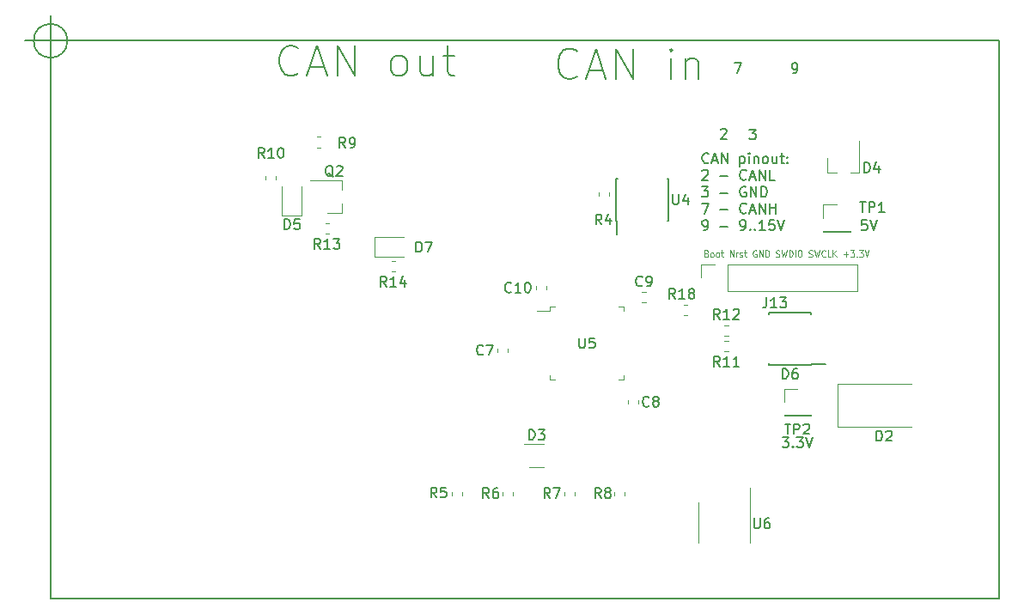
<source format=gbr>
G04 #@! TF.GenerationSoftware,KiCad,Pcbnew,5.1.4*
G04 #@! TF.CreationDate,2020-02-05T09:24:40+03:00*
G04 #@! TF.ProjectId,stm32,73746d33-322e-46b6-9963-61645f706362,rev?*
G04 #@! TF.SameCoordinates,Original*
G04 #@! TF.FileFunction,Legend,Top*
G04 #@! TF.FilePolarity,Positive*
%FSLAX46Y46*%
G04 Gerber Fmt 4.6, Leading zero omitted, Abs format (unit mm)*
G04 Created by KiCad (PCBNEW 5.1.4) date 2020-02-05 09:24:40*
%MOMM*%
%LPD*%
G04 APERTURE LIST*
%ADD10C,0.150000*%
%ADD11C,0.125000*%
%ADD12C,0.120000*%
G04 APERTURE END LIST*
D10*
X104908642Y-65666928D02*
X104765785Y-65809785D01*
X104337214Y-65952642D01*
X104051500Y-65952642D01*
X103622928Y-65809785D01*
X103337214Y-65524071D01*
X103194357Y-65238357D01*
X103051500Y-64666928D01*
X103051500Y-64238357D01*
X103194357Y-63666928D01*
X103337214Y-63381214D01*
X103622928Y-63095500D01*
X104051500Y-62952642D01*
X104337214Y-62952642D01*
X104765785Y-63095500D01*
X104908642Y-63238357D01*
X106051500Y-65095500D02*
X107480071Y-65095500D01*
X105765785Y-65952642D02*
X106765785Y-62952642D01*
X107765785Y-65952642D01*
X108765785Y-65952642D02*
X108765785Y-62952642D01*
X110480071Y-65952642D01*
X110480071Y-62952642D01*
X114622928Y-65952642D02*
X114337214Y-65809785D01*
X114194357Y-65666928D01*
X114051500Y-65381214D01*
X114051500Y-64524071D01*
X114194357Y-64238357D01*
X114337214Y-64095500D01*
X114622928Y-63952642D01*
X115051500Y-63952642D01*
X115337214Y-64095500D01*
X115480071Y-64238357D01*
X115622928Y-64524071D01*
X115622928Y-65381214D01*
X115480071Y-65666928D01*
X115337214Y-65809785D01*
X115051500Y-65952642D01*
X114622928Y-65952642D01*
X118194357Y-63952642D02*
X118194357Y-65952642D01*
X116908642Y-63952642D02*
X116908642Y-65524071D01*
X117051500Y-65809785D01*
X117337214Y-65952642D01*
X117765785Y-65952642D01*
X118051500Y-65809785D01*
X118194357Y-65666928D01*
X119194357Y-63952642D02*
X120337214Y-63952642D01*
X119622928Y-62952642D02*
X119622928Y-65524071D01*
X119765785Y-65809785D01*
X120051500Y-65952642D01*
X120337214Y-65952642D01*
X132380142Y-65984428D02*
X132237285Y-66127285D01*
X131808714Y-66270142D01*
X131523000Y-66270142D01*
X131094428Y-66127285D01*
X130808714Y-65841571D01*
X130665857Y-65555857D01*
X130523000Y-64984428D01*
X130523000Y-64555857D01*
X130665857Y-63984428D01*
X130808714Y-63698714D01*
X131094428Y-63413000D01*
X131523000Y-63270142D01*
X131808714Y-63270142D01*
X132237285Y-63413000D01*
X132380142Y-63555857D01*
X133523000Y-65413000D02*
X134951571Y-65413000D01*
X133237285Y-66270142D02*
X134237285Y-63270142D01*
X135237285Y-66270142D01*
X136237285Y-66270142D02*
X136237285Y-63270142D01*
X137951571Y-66270142D01*
X137951571Y-63270142D01*
X141665857Y-66270142D02*
X141665857Y-64270142D01*
X141665857Y-63270142D02*
X141523000Y-63413000D01*
X141665857Y-63555857D01*
X141808714Y-63413000D01*
X141665857Y-63270142D01*
X141665857Y-63555857D01*
X143094428Y-64270142D02*
X143094428Y-66270142D01*
X143094428Y-64555857D02*
X143237285Y-64413000D01*
X143523000Y-64270142D01*
X143951571Y-64270142D01*
X144237285Y-64413000D01*
X144380142Y-64698714D01*
X144380142Y-66270142D01*
X147921166Y-64682880D02*
X148587833Y-64682880D01*
X148159261Y-65682880D01*
X153652023Y-65682880D02*
X153842500Y-65682880D01*
X153937738Y-65635261D01*
X153985357Y-65587642D01*
X154080595Y-65444785D01*
X154128214Y-65254309D01*
X154128214Y-64873357D01*
X154080595Y-64778119D01*
X154032976Y-64730500D01*
X153937738Y-64682880D01*
X153747261Y-64682880D01*
X153652023Y-64730500D01*
X153604404Y-64778119D01*
X153556785Y-64873357D01*
X153556785Y-65111452D01*
X153604404Y-65206690D01*
X153652023Y-65254309D01*
X153747261Y-65301928D01*
X153937738Y-65301928D01*
X154032976Y-65254309D01*
X154080595Y-65206690D01*
X154128214Y-65111452D01*
X149381666Y-71223380D02*
X150000714Y-71223380D01*
X149667380Y-71604333D01*
X149810238Y-71604333D01*
X149905476Y-71651952D01*
X149953095Y-71699571D01*
X150000714Y-71794809D01*
X150000714Y-72032904D01*
X149953095Y-72128142D01*
X149905476Y-72175761D01*
X149810238Y-72223380D01*
X149524523Y-72223380D01*
X149429285Y-72175761D01*
X149381666Y-72128142D01*
X146571785Y-71255119D02*
X146619404Y-71207500D01*
X146714642Y-71159880D01*
X146952738Y-71159880D01*
X147047976Y-71207500D01*
X147095595Y-71255119D01*
X147143214Y-71350357D01*
X147143214Y-71445595D01*
X147095595Y-71588452D01*
X146524166Y-72159880D01*
X147143214Y-72159880D01*
X145351523Y-74479642D02*
X145303904Y-74527261D01*
X145161047Y-74574880D01*
X145065809Y-74574880D01*
X144922952Y-74527261D01*
X144827714Y-74432023D01*
X144780095Y-74336785D01*
X144732476Y-74146309D01*
X144732476Y-74003452D01*
X144780095Y-73812976D01*
X144827714Y-73717738D01*
X144922952Y-73622500D01*
X145065809Y-73574880D01*
X145161047Y-73574880D01*
X145303904Y-73622500D01*
X145351523Y-73670119D01*
X145732476Y-74289166D02*
X146208666Y-74289166D01*
X145637238Y-74574880D02*
X145970571Y-73574880D01*
X146303904Y-74574880D01*
X146637238Y-74574880D02*
X146637238Y-73574880D01*
X147208666Y-74574880D01*
X147208666Y-73574880D01*
X148446761Y-73908214D02*
X148446761Y-74908214D01*
X148446761Y-73955833D02*
X148542000Y-73908214D01*
X148732476Y-73908214D01*
X148827714Y-73955833D01*
X148875333Y-74003452D01*
X148922952Y-74098690D01*
X148922952Y-74384404D01*
X148875333Y-74479642D01*
X148827714Y-74527261D01*
X148732476Y-74574880D01*
X148542000Y-74574880D01*
X148446761Y-74527261D01*
X149351523Y-74574880D02*
X149351523Y-73908214D01*
X149351523Y-73574880D02*
X149303904Y-73622500D01*
X149351523Y-73670119D01*
X149399142Y-73622500D01*
X149351523Y-73574880D01*
X149351523Y-73670119D01*
X149827714Y-73908214D02*
X149827714Y-74574880D01*
X149827714Y-74003452D02*
X149875333Y-73955833D01*
X149970571Y-73908214D01*
X150113428Y-73908214D01*
X150208666Y-73955833D01*
X150256285Y-74051071D01*
X150256285Y-74574880D01*
X150875333Y-74574880D02*
X150780095Y-74527261D01*
X150732476Y-74479642D01*
X150684857Y-74384404D01*
X150684857Y-74098690D01*
X150732476Y-74003452D01*
X150780095Y-73955833D01*
X150875333Y-73908214D01*
X151018190Y-73908214D01*
X151113428Y-73955833D01*
X151161047Y-74003452D01*
X151208666Y-74098690D01*
X151208666Y-74384404D01*
X151161047Y-74479642D01*
X151113428Y-74527261D01*
X151018190Y-74574880D01*
X150875333Y-74574880D01*
X152065809Y-73908214D02*
X152065809Y-74574880D01*
X151637238Y-73908214D02*
X151637238Y-74432023D01*
X151684857Y-74527261D01*
X151780095Y-74574880D01*
X151922952Y-74574880D01*
X152018190Y-74527261D01*
X152065809Y-74479642D01*
X152399142Y-73908214D02*
X152780095Y-73908214D01*
X152542000Y-73574880D02*
X152542000Y-74432023D01*
X152589619Y-74527261D01*
X152684857Y-74574880D01*
X152780095Y-74574880D01*
X153113428Y-74479642D02*
X153161047Y-74527261D01*
X153113428Y-74574880D01*
X153065809Y-74527261D01*
X153113428Y-74479642D01*
X153113428Y-74574880D01*
X153113428Y-73955833D02*
X153161047Y-74003452D01*
X153113428Y-74051071D01*
X153065809Y-74003452D01*
X153113428Y-73955833D01*
X153113428Y-74051071D01*
X144732476Y-75320119D02*
X144780095Y-75272500D01*
X144875333Y-75224880D01*
X145113428Y-75224880D01*
X145208666Y-75272500D01*
X145256285Y-75320119D01*
X145303904Y-75415357D01*
X145303904Y-75510595D01*
X145256285Y-75653452D01*
X144684857Y-76224880D01*
X145303904Y-76224880D01*
X146494380Y-75843928D02*
X147256285Y-75843928D01*
X149065809Y-76129642D02*
X149018190Y-76177261D01*
X148875333Y-76224880D01*
X148780095Y-76224880D01*
X148637238Y-76177261D01*
X148542000Y-76082023D01*
X148494380Y-75986785D01*
X148446761Y-75796309D01*
X148446761Y-75653452D01*
X148494380Y-75462976D01*
X148542000Y-75367738D01*
X148637238Y-75272500D01*
X148780095Y-75224880D01*
X148875333Y-75224880D01*
X149018190Y-75272500D01*
X149065809Y-75320119D01*
X149446761Y-75939166D02*
X149922952Y-75939166D01*
X149351523Y-76224880D02*
X149684857Y-75224880D01*
X150018190Y-76224880D01*
X150351523Y-76224880D02*
X150351523Y-75224880D01*
X150922952Y-76224880D01*
X150922952Y-75224880D01*
X151875333Y-76224880D02*
X151399142Y-76224880D01*
X151399142Y-75224880D01*
X144684857Y-76874880D02*
X145303904Y-76874880D01*
X144970571Y-77255833D01*
X145113428Y-77255833D01*
X145208666Y-77303452D01*
X145256285Y-77351071D01*
X145303904Y-77446309D01*
X145303904Y-77684404D01*
X145256285Y-77779642D01*
X145208666Y-77827261D01*
X145113428Y-77874880D01*
X144827714Y-77874880D01*
X144732476Y-77827261D01*
X144684857Y-77779642D01*
X146494380Y-77493928D02*
X147256285Y-77493928D01*
X149018190Y-76922500D02*
X148922952Y-76874880D01*
X148780095Y-76874880D01*
X148637238Y-76922500D01*
X148542000Y-77017738D01*
X148494380Y-77112976D01*
X148446761Y-77303452D01*
X148446761Y-77446309D01*
X148494380Y-77636785D01*
X148542000Y-77732023D01*
X148637238Y-77827261D01*
X148780095Y-77874880D01*
X148875333Y-77874880D01*
X149018190Y-77827261D01*
X149065809Y-77779642D01*
X149065809Y-77446309D01*
X148875333Y-77446309D01*
X149494380Y-77874880D02*
X149494380Y-76874880D01*
X150065809Y-77874880D01*
X150065809Y-76874880D01*
X150542000Y-77874880D02*
X150542000Y-76874880D01*
X150780095Y-76874880D01*
X150922952Y-76922500D01*
X151018190Y-77017738D01*
X151065809Y-77112976D01*
X151113428Y-77303452D01*
X151113428Y-77446309D01*
X151065809Y-77636785D01*
X151018190Y-77732023D01*
X150922952Y-77827261D01*
X150780095Y-77874880D01*
X150542000Y-77874880D01*
X144684857Y-78524880D02*
X145351523Y-78524880D01*
X144922952Y-79524880D01*
X146494380Y-79143928D02*
X147256285Y-79143928D01*
X149065809Y-79429642D02*
X149018190Y-79477261D01*
X148875333Y-79524880D01*
X148780095Y-79524880D01*
X148637238Y-79477261D01*
X148542000Y-79382023D01*
X148494380Y-79286785D01*
X148446761Y-79096309D01*
X148446761Y-78953452D01*
X148494380Y-78762976D01*
X148542000Y-78667738D01*
X148637238Y-78572500D01*
X148780095Y-78524880D01*
X148875333Y-78524880D01*
X149018190Y-78572500D01*
X149065809Y-78620119D01*
X149446761Y-79239166D02*
X149922952Y-79239166D01*
X149351523Y-79524880D02*
X149684857Y-78524880D01*
X150018190Y-79524880D01*
X150351523Y-79524880D02*
X150351523Y-78524880D01*
X150922952Y-79524880D01*
X150922952Y-78524880D01*
X151399142Y-79524880D02*
X151399142Y-78524880D01*
X151399142Y-79001071D02*
X151970571Y-79001071D01*
X151970571Y-79524880D02*
X151970571Y-78524880D01*
X144827714Y-81174880D02*
X145018190Y-81174880D01*
X145113428Y-81127261D01*
X145161047Y-81079642D01*
X145256285Y-80936785D01*
X145303904Y-80746309D01*
X145303904Y-80365357D01*
X145256285Y-80270119D01*
X145208666Y-80222500D01*
X145113428Y-80174880D01*
X144922952Y-80174880D01*
X144827714Y-80222500D01*
X144780095Y-80270119D01*
X144732476Y-80365357D01*
X144732476Y-80603452D01*
X144780095Y-80698690D01*
X144827714Y-80746309D01*
X144922952Y-80793928D01*
X145113428Y-80793928D01*
X145208666Y-80746309D01*
X145256285Y-80698690D01*
X145303904Y-80603452D01*
X146494380Y-80793928D02*
X147256285Y-80793928D01*
X148542000Y-81174880D02*
X148732476Y-81174880D01*
X148827714Y-81127261D01*
X148875333Y-81079642D01*
X148970571Y-80936785D01*
X149018190Y-80746309D01*
X149018190Y-80365357D01*
X148970571Y-80270119D01*
X148922952Y-80222500D01*
X148827714Y-80174880D01*
X148637238Y-80174880D01*
X148542000Y-80222500D01*
X148494380Y-80270119D01*
X148446761Y-80365357D01*
X148446761Y-80603452D01*
X148494380Y-80698690D01*
X148542000Y-80746309D01*
X148637238Y-80793928D01*
X148827714Y-80793928D01*
X148922952Y-80746309D01*
X148970571Y-80698690D01*
X149018190Y-80603452D01*
X149446761Y-81079642D02*
X149494380Y-81127261D01*
X149446761Y-81174880D01*
X149399142Y-81127261D01*
X149446761Y-81079642D01*
X149446761Y-81174880D01*
X149922952Y-81079642D02*
X149970571Y-81127261D01*
X149922952Y-81174880D01*
X149875333Y-81127261D01*
X149922952Y-81079642D01*
X149922952Y-81174880D01*
X150922952Y-81174880D02*
X150351523Y-81174880D01*
X150637238Y-81174880D02*
X150637238Y-80174880D01*
X150542000Y-80317738D01*
X150446761Y-80412976D01*
X150351523Y-80460595D01*
X151827714Y-80174880D02*
X151351523Y-80174880D01*
X151303904Y-80651071D01*
X151351523Y-80603452D01*
X151446761Y-80555833D01*
X151684857Y-80555833D01*
X151780095Y-80603452D01*
X151827714Y-80651071D01*
X151875333Y-80746309D01*
X151875333Y-80984404D01*
X151827714Y-81079642D01*
X151780095Y-81127261D01*
X151684857Y-81174880D01*
X151446761Y-81174880D01*
X151351523Y-81127261D01*
X151303904Y-81079642D01*
X152161047Y-80174880D02*
X152494380Y-81174880D01*
X152827714Y-80174880D01*
X152620309Y-101576380D02*
X153239357Y-101576380D01*
X152906023Y-101957333D01*
X153048880Y-101957333D01*
X153144119Y-102004952D01*
X153191738Y-102052571D01*
X153239357Y-102147809D01*
X153239357Y-102385904D01*
X153191738Y-102481142D01*
X153144119Y-102528761D01*
X153048880Y-102576380D01*
X152763166Y-102576380D01*
X152667928Y-102528761D01*
X152620309Y-102481142D01*
X153667928Y-102481142D02*
X153715547Y-102528761D01*
X153667928Y-102576380D01*
X153620309Y-102528761D01*
X153667928Y-102481142D01*
X153667928Y-102576380D01*
X154048880Y-101576380D02*
X154667928Y-101576380D01*
X154334595Y-101957333D01*
X154477452Y-101957333D01*
X154572690Y-102004952D01*
X154620309Y-102052571D01*
X154667928Y-102147809D01*
X154667928Y-102385904D01*
X154620309Y-102481142D01*
X154572690Y-102528761D01*
X154477452Y-102576380D01*
X154191738Y-102576380D01*
X154096500Y-102528761D01*
X154048880Y-102481142D01*
X154953642Y-101576380D02*
X155286976Y-102576380D01*
X155620309Y-101576380D01*
X160954523Y-80176880D02*
X160478333Y-80176880D01*
X160430714Y-80653071D01*
X160478333Y-80605452D01*
X160573571Y-80557833D01*
X160811666Y-80557833D01*
X160906904Y-80605452D01*
X160954523Y-80653071D01*
X161002142Y-80748309D01*
X161002142Y-80986404D01*
X160954523Y-81081642D01*
X160906904Y-81129261D01*
X160811666Y-81176880D01*
X160573571Y-81176880D01*
X160478333Y-81129261D01*
X160430714Y-81081642D01*
X161287857Y-80176880D02*
X161621190Y-81176880D01*
X161954523Y-80176880D01*
D11*
X145174142Y-83468500D02*
X145259857Y-83501833D01*
X145288428Y-83535166D01*
X145317000Y-83601833D01*
X145317000Y-83701833D01*
X145288428Y-83768500D01*
X145259857Y-83801833D01*
X145202714Y-83835166D01*
X144974142Y-83835166D01*
X144974142Y-83135166D01*
X145174142Y-83135166D01*
X145231285Y-83168500D01*
X145259857Y-83201833D01*
X145288428Y-83268500D01*
X145288428Y-83335166D01*
X145259857Y-83401833D01*
X145231285Y-83435166D01*
X145174142Y-83468500D01*
X144974142Y-83468500D01*
X145659857Y-83835166D02*
X145602714Y-83801833D01*
X145574142Y-83768500D01*
X145545571Y-83701833D01*
X145545571Y-83501833D01*
X145574142Y-83435166D01*
X145602714Y-83401833D01*
X145659857Y-83368500D01*
X145745571Y-83368500D01*
X145802714Y-83401833D01*
X145831285Y-83435166D01*
X145859857Y-83501833D01*
X145859857Y-83701833D01*
X145831285Y-83768500D01*
X145802714Y-83801833D01*
X145745571Y-83835166D01*
X145659857Y-83835166D01*
X146202714Y-83835166D02*
X146145571Y-83801833D01*
X146117000Y-83768500D01*
X146088428Y-83701833D01*
X146088428Y-83501833D01*
X146117000Y-83435166D01*
X146145571Y-83401833D01*
X146202714Y-83368500D01*
X146288428Y-83368500D01*
X146345571Y-83401833D01*
X146374142Y-83435166D01*
X146402714Y-83501833D01*
X146402714Y-83701833D01*
X146374142Y-83768500D01*
X146345571Y-83801833D01*
X146288428Y-83835166D01*
X146202714Y-83835166D01*
X146574142Y-83368500D02*
X146802714Y-83368500D01*
X146659857Y-83135166D02*
X146659857Y-83735166D01*
X146688428Y-83801833D01*
X146745571Y-83835166D01*
X146802714Y-83835166D01*
X147459857Y-83835166D02*
X147459857Y-83135166D01*
X147802714Y-83835166D01*
X147802714Y-83135166D01*
X148088428Y-83835166D02*
X148088428Y-83368500D01*
X148088428Y-83501833D02*
X148117000Y-83435166D01*
X148145571Y-83401833D01*
X148202714Y-83368500D01*
X148259857Y-83368500D01*
X148431285Y-83801833D02*
X148488428Y-83835166D01*
X148602714Y-83835166D01*
X148659857Y-83801833D01*
X148688428Y-83735166D01*
X148688428Y-83701833D01*
X148659857Y-83635166D01*
X148602714Y-83601833D01*
X148517000Y-83601833D01*
X148459857Y-83568500D01*
X148431285Y-83501833D01*
X148431285Y-83468500D01*
X148459857Y-83401833D01*
X148517000Y-83368500D01*
X148602714Y-83368500D01*
X148659857Y-83401833D01*
X148859857Y-83368500D02*
X149088428Y-83368500D01*
X148945571Y-83135166D02*
X148945571Y-83735166D01*
X148974142Y-83801833D01*
X149031285Y-83835166D01*
X149088428Y-83835166D01*
X150059857Y-83168500D02*
X150002714Y-83135166D01*
X149917000Y-83135166D01*
X149831285Y-83168500D01*
X149774142Y-83235166D01*
X149745571Y-83301833D01*
X149717000Y-83435166D01*
X149717000Y-83535166D01*
X149745571Y-83668500D01*
X149774142Y-83735166D01*
X149831285Y-83801833D01*
X149917000Y-83835166D01*
X149974142Y-83835166D01*
X150059857Y-83801833D01*
X150088428Y-83768500D01*
X150088428Y-83535166D01*
X149974142Y-83535166D01*
X150345571Y-83835166D02*
X150345571Y-83135166D01*
X150688428Y-83835166D01*
X150688428Y-83135166D01*
X150974142Y-83835166D02*
X150974142Y-83135166D01*
X151117000Y-83135166D01*
X151202714Y-83168500D01*
X151259857Y-83235166D01*
X151288428Y-83301833D01*
X151317000Y-83435166D01*
X151317000Y-83535166D01*
X151288428Y-83668500D01*
X151259857Y-83735166D01*
X151202714Y-83801833D01*
X151117000Y-83835166D01*
X150974142Y-83835166D01*
X152002714Y-83801833D02*
X152088428Y-83835166D01*
X152231285Y-83835166D01*
X152288428Y-83801833D01*
X152317000Y-83768500D01*
X152345571Y-83701833D01*
X152345571Y-83635166D01*
X152317000Y-83568500D01*
X152288428Y-83535166D01*
X152231285Y-83501833D01*
X152117000Y-83468500D01*
X152059857Y-83435166D01*
X152031285Y-83401833D01*
X152002714Y-83335166D01*
X152002714Y-83268500D01*
X152031285Y-83201833D01*
X152059857Y-83168500D01*
X152117000Y-83135166D01*
X152259857Y-83135166D01*
X152345571Y-83168500D01*
X152545571Y-83135166D02*
X152688428Y-83835166D01*
X152802714Y-83335166D01*
X152917000Y-83835166D01*
X153059857Y-83135166D01*
X153288428Y-83835166D02*
X153288428Y-83135166D01*
X153431285Y-83135166D01*
X153517000Y-83168500D01*
X153574142Y-83235166D01*
X153602714Y-83301833D01*
X153631285Y-83435166D01*
X153631285Y-83535166D01*
X153602714Y-83668500D01*
X153574142Y-83735166D01*
X153517000Y-83801833D01*
X153431285Y-83835166D01*
X153288428Y-83835166D01*
X153888428Y-83835166D02*
X153888428Y-83135166D01*
X154288428Y-83135166D02*
X154402714Y-83135166D01*
X154459857Y-83168500D01*
X154517000Y-83235166D01*
X154545571Y-83368500D01*
X154545571Y-83601833D01*
X154517000Y-83735166D01*
X154459857Y-83801833D01*
X154402714Y-83835166D01*
X154288428Y-83835166D01*
X154231285Y-83801833D01*
X154174142Y-83735166D01*
X154145571Y-83601833D01*
X154145571Y-83368500D01*
X154174142Y-83235166D01*
X154231285Y-83168500D01*
X154288428Y-83135166D01*
X155231285Y-83801833D02*
X155317000Y-83835166D01*
X155459857Y-83835166D01*
X155517000Y-83801833D01*
X155545571Y-83768500D01*
X155574142Y-83701833D01*
X155574142Y-83635166D01*
X155545571Y-83568500D01*
X155517000Y-83535166D01*
X155459857Y-83501833D01*
X155345571Y-83468500D01*
X155288428Y-83435166D01*
X155259857Y-83401833D01*
X155231285Y-83335166D01*
X155231285Y-83268500D01*
X155259857Y-83201833D01*
X155288428Y-83168500D01*
X155345571Y-83135166D01*
X155488428Y-83135166D01*
X155574142Y-83168500D01*
X155774142Y-83135166D02*
X155917000Y-83835166D01*
X156031285Y-83335166D01*
X156145571Y-83835166D01*
X156288428Y-83135166D01*
X156859857Y-83768500D02*
X156831285Y-83801833D01*
X156745571Y-83835166D01*
X156688428Y-83835166D01*
X156602714Y-83801833D01*
X156545571Y-83735166D01*
X156517000Y-83668500D01*
X156488428Y-83535166D01*
X156488428Y-83435166D01*
X156517000Y-83301833D01*
X156545571Y-83235166D01*
X156602714Y-83168500D01*
X156688428Y-83135166D01*
X156745571Y-83135166D01*
X156831285Y-83168500D01*
X156859857Y-83201833D01*
X157402714Y-83835166D02*
X157117000Y-83835166D01*
X157117000Y-83135166D01*
X157602714Y-83835166D02*
X157602714Y-83135166D01*
X157945571Y-83835166D02*
X157688428Y-83435166D01*
X157945571Y-83135166D02*
X157602714Y-83535166D01*
X158659857Y-83568500D02*
X159117000Y-83568500D01*
X158888428Y-83835166D02*
X158888428Y-83301833D01*
X159345571Y-83135166D02*
X159717000Y-83135166D01*
X159517000Y-83401833D01*
X159602714Y-83401833D01*
X159659857Y-83435166D01*
X159688428Y-83468500D01*
X159717000Y-83535166D01*
X159717000Y-83701833D01*
X159688428Y-83768500D01*
X159659857Y-83801833D01*
X159602714Y-83835166D01*
X159431285Y-83835166D01*
X159374142Y-83801833D01*
X159345571Y-83768500D01*
X159974142Y-83768500D02*
X160002714Y-83801833D01*
X159974142Y-83835166D01*
X159945571Y-83801833D01*
X159974142Y-83768500D01*
X159974142Y-83835166D01*
X160202714Y-83135166D02*
X160574142Y-83135166D01*
X160374142Y-83401833D01*
X160459857Y-83401833D01*
X160517000Y-83435166D01*
X160545571Y-83468500D01*
X160574142Y-83535166D01*
X160574142Y-83701833D01*
X160545571Y-83768500D01*
X160517000Y-83801833D01*
X160459857Y-83835166D01*
X160288428Y-83835166D01*
X160231285Y-83801833D01*
X160202714Y-83768500D01*
X160745571Y-83135166D02*
X160945571Y-83835166D01*
X161145571Y-83135166D01*
D10*
X80500000Y-117500000D02*
X174000000Y-117500000D01*
X174000000Y-62500000D02*
X80500000Y-62500000D01*
X82166666Y-62500000D02*
G75*
G03X82166666Y-62500000I-1666666J0D01*
G01*
X78000000Y-62500000D02*
X83000000Y-62500000D01*
X80500000Y-60000000D02*
X80500000Y-65000000D01*
X80500000Y-117500000D02*
X80500000Y-62500000D01*
X174000000Y-62500000D02*
X174000000Y-117500000D01*
D12*
X124541600Y-92859533D02*
X124541600Y-93202067D01*
X125561600Y-92859533D02*
X125561600Y-93202067D01*
X137412000Y-98277467D02*
X137412000Y-97934933D01*
X138432000Y-98277467D02*
X138432000Y-97934933D01*
X139148667Y-88292400D02*
X138806133Y-88292400D01*
X139148667Y-87272400D02*
X138806133Y-87272400D01*
X158028600Y-96300400D02*
X165328600Y-96300400D01*
X158028600Y-100600400D02*
X165328600Y-100600400D01*
X158028600Y-96300400D02*
X158028600Y-100600400D01*
X157068400Y-75510800D02*
X157998400Y-75510800D01*
X160228400Y-75510800D02*
X159298400Y-75510800D01*
X160228400Y-75510800D02*
X160228400Y-72350800D01*
X157068400Y-75510800D02*
X157068400Y-74050800D01*
X103332400Y-76885400D02*
X103332400Y-79745400D01*
X103332400Y-79745400D02*
X105252400Y-79745400D01*
X105252400Y-79745400D02*
X105252400Y-76885400D01*
X135587200Y-77439733D02*
X135587200Y-77782267D01*
X134567200Y-77439733D02*
X134567200Y-77782267D01*
X120013000Y-106953233D02*
X120013000Y-107295767D01*
X121033000Y-106953233D02*
X121033000Y-107295767D01*
X126049500Y-106953233D02*
X126049500Y-107295767D01*
X125029500Y-106953233D02*
X125029500Y-107295767D01*
X131125500Y-106953233D02*
X131125500Y-107295767D01*
X132145500Y-106953233D02*
X132145500Y-107295767D01*
X137098500Y-106953233D02*
X137098500Y-107295767D01*
X136078500Y-106953233D02*
X136078500Y-107295767D01*
X106774133Y-73001600D02*
X107116667Y-73001600D01*
X106774133Y-71981600D02*
X107116667Y-71981600D01*
X101648800Y-76179467D02*
X101648800Y-75836933D01*
X102668800Y-76179467D02*
X102668800Y-75836933D01*
X156645300Y-81327300D02*
X159305300Y-81327300D01*
X156645300Y-81267300D02*
X156645300Y-81327300D01*
X159305300Y-81267300D02*
X159305300Y-81327300D01*
X156645300Y-81267300D02*
X159305300Y-81267300D01*
X156645300Y-79997300D02*
X156645300Y-78667300D01*
X156645300Y-78667300D02*
X157975300Y-78667300D01*
X152797200Y-96815600D02*
X154127200Y-96815600D01*
X152797200Y-98145600D02*
X152797200Y-96815600D01*
X152797200Y-99415600D02*
X155457200Y-99415600D01*
X155457200Y-99415600D02*
X155457200Y-99475600D01*
X152797200Y-99415600D02*
X152797200Y-99475600D01*
X152797200Y-99475600D02*
X155457200Y-99475600D01*
D10*
X136261400Y-80205400D02*
X136311400Y-80205400D01*
X136261400Y-76055400D02*
X136406400Y-76055400D01*
X141411400Y-76055400D02*
X141266400Y-76055400D01*
X141411400Y-80205400D02*
X141266400Y-80205400D01*
X136261400Y-80205400D02*
X136261400Y-76055400D01*
X141411400Y-80205400D02*
X141411400Y-76055400D01*
X136311400Y-80205400D02*
X136311400Y-81605400D01*
D12*
X136510000Y-95939000D02*
X136960000Y-95939000D01*
X136960000Y-95939000D02*
X136960000Y-95489000D01*
X130190000Y-95939000D02*
X129740000Y-95939000D01*
X129740000Y-95939000D02*
X129740000Y-95489000D01*
X136510000Y-88719000D02*
X136960000Y-88719000D01*
X136960000Y-88719000D02*
X136960000Y-89169000D01*
X130190000Y-88719000D02*
X129740000Y-88719000D01*
X129740000Y-88719000D02*
X129740000Y-89169000D01*
X129740000Y-89169000D02*
X128450000Y-89169000D01*
X128318800Y-86708133D02*
X128318800Y-87050667D01*
X129338800Y-86708133D02*
X129338800Y-87050667D01*
D10*
X155447800Y-94446800D02*
X155447800Y-94396800D01*
X151297800Y-94446800D02*
X151297800Y-94301800D01*
X151297800Y-89296800D02*
X151297800Y-89441800D01*
X155447800Y-89296800D02*
X155447800Y-89441800D01*
X155447800Y-94446800D02*
X151297800Y-94446800D01*
X155447800Y-89296800D02*
X151297800Y-89296800D01*
X155447800Y-94396800D02*
X156847800Y-94396800D01*
D12*
X112431000Y-83802100D02*
X115291000Y-83802100D01*
X112431000Y-81882100D02*
X112431000Y-83802100D01*
X115291000Y-81882100D02*
X112431000Y-81882100D01*
X147218400Y-87182000D02*
X147218400Y-84522000D01*
X147218400Y-87182000D02*
X159978400Y-87182000D01*
X159978400Y-87182000D02*
X159978400Y-84522000D01*
X147218400Y-84522000D02*
X159978400Y-84522000D01*
X144618400Y-84522000D02*
X145948400Y-84522000D01*
X144618400Y-85852000D02*
X144618400Y-84522000D01*
X109218000Y-79456400D02*
X109218000Y-78526400D01*
X109218000Y-76296400D02*
X109218000Y-77226400D01*
X109218000Y-76296400D02*
X106058000Y-76296400D01*
X109218000Y-79456400D02*
X107758000Y-79456400D01*
X147276667Y-93143800D02*
X146934133Y-93143800D01*
X147276667Y-92123800D02*
X146934133Y-92123800D01*
X147276667Y-90549000D02*
X146934133Y-90549000D01*
X147276667Y-91569000D02*
X146934133Y-91569000D01*
X107639033Y-80528700D02*
X107981567Y-80528700D01*
X107639033Y-81548700D02*
X107981567Y-81548700D01*
X114091933Y-85269800D02*
X114434467Y-85269800D01*
X114091933Y-84249800D02*
X114434467Y-84249800D01*
X143238067Y-88567800D02*
X142895533Y-88567800D01*
X143238067Y-89587800D02*
X142895533Y-89587800D01*
X144335600Y-109998000D02*
X144335600Y-111948000D01*
X144335600Y-109998000D02*
X144335600Y-108048000D01*
X149455600Y-109998000D02*
X149455600Y-111948000D01*
X149455600Y-109998000D02*
X149455600Y-106548000D01*
X129100500Y-102233000D02*
X127200500Y-102233000D01*
X127700500Y-104553000D02*
X129100500Y-104553000D01*
D10*
X123132333Y-93387942D02*
X123084714Y-93435561D01*
X122941857Y-93483180D01*
X122846619Y-93483180D01*
X122703761Y-93435561D01*
X122608523Y-93340323D01*
X122560904Y-93245085D01*
X122513285Y-93054609D01*
X122513285Y-92911752D01*
X122560904Y-92721276D01*
X122608523Y-92626038D01*
X122703761Y-92530800D01*
X122846619Y-92483180D01*
X122941857Y-92483180D01*
X123084714Y-92530800D01*
X123132333Y-92578419D01*
X123465666Y-92483180D02*
X124132333Y-92483180D01*
X123703761Y-93483180D01*
X139482533Y-98477342D02*
X139434914Y-98524961D01*
X139292057Y-98572580D01*
X139196819Y-98572580D01*
X139053961Y-98524961D01*
X138958723Y-98429723D01*
X138911104Y-98334485D01*
X138863485Y-98144009D01*
X138863485Y-98001152D01*
X138911104Y-97810676D01*
X138958723Y-97715438D01*
X139053961Y-97620200D01*
X139196819Y-97572580D01*
X139292057Y-97572580D01*
X139434914Y-97620200D01*
X139482533Y-97667819D01*
X140053961Y-98001152D02*
X139958723Y-97953533D01*
X139911104Y-97905914D01*
X139863485Y-97810676D01*
X139863485Y-97763057D01*
X139911104Y-97667819D01*
X139958723Y-97620200D01*
X140053961Y-97572580D01*
X140244438Y-97572580D01*
X140339676Y-97620200D01*
X140387295Y-97667819D01*
X140434914Y-97763057D01*
X140434914Y-97810676D01*
X140387295Y-97905914D01*
X140339676Y-97953533D01*
X140244438Y-98001152D01*
X140053961Y-98001152D01*
X139958723Y-98048771D01*
X139911104Y-98096390D01*
X139863485Y-98191628D01*
X139863485Y-98382104D01*
X139911104Y-98477342D01*
X139958723Y-98524961D01*
X140053961Y-98572580D01*
X140244438Y-98572580D01*
X140339676Y-98524961D01*
X140387295Y-98477342D01*
X140434914Y-98382104D01*
X140434914Y-98191628D01*
X140387295Y-98096390D01*
X140339676Y-98048771D01*
X140244438Y-98001152D01*
X138822133Y-86615542D02*
X138774514Y-86663161D01*
X138631657Y-86710780D01*
X138536419Y-86710780D01*
X138393561Y-86663161D01*
X138298323Y-86567923D01*
X138250704Y-86472685D01*
X138203085Y-86282209D01*
X138203085Y-86139352D01*
X138250704Y-85948876D01*
X138298323Y-85853638D01*
X138393561Y-85758400D01*
X138536419Y-85710780D01*
X138631657Y-85710780D01*
X138774514Y-85758400D01*
X138822133Y-85806019D01*
X139298323Y-86710780D02*
X139488800Y-86710780D01*
X139584038Y-86663161D01*
X139631657Y-86615542D01*
X139726895Y-86472685D01*
X139774514Y-86282209D01*
X139774514Y-85901257D01*
X139726895Y-85806019D01*
X139679276Y-85758400D01*
X139584038Y-85710780D01*
X139393561Y-85710780D01*
X139298323Y-85758400D01*
X139250704Y-85806019D01*
X139203085Y-85901257D01*
X139203085Y-86139352D01*
X139250704Y-86234590D01*
X139298323Y-86282209D01*
X139393561Y-86329828D01*
X139584038Y-86329828D01*
X139679276Y-86282209D01*
X139726895Y-86234590D01*
X139774514Y-86139352D01*
X161890504Y-101941380D02*
X161890504Y-100941380D01*
X162128600Y-100941380D01*
X162271457Y-100989000D01*
X162366695Y-101084238D01*
X162414314Y-101179476D01*
X162461933Y-101369952D01*
X162461933Y-101512809D01*
X162414314Y-101703285D01*
X162366695Y-101798523D01*
X162271457Y-101893761D01*
X162128600Y-101941380D01*
X161890504Y-101941380D01*
X162842885Y-101036619D02*
X162890504Y-100989000D01*
X162985742Y-100941380D01*
X163223838Y-100941380D01*
X163319076Y-100989000D01*
X163366695Y-101036619D01*
X163414314Y-101131857D01*
X163414314Y-101227095D01*
X163366695Y-101369952D01*
X162795266Y-101941380D01*
X163414314Y-101941380D01*
X160704304Y-75483980D02*
X160704304Y-74483980D01*
X160942400Y-74483980D01*
X161085257Y-74531600D01*
X161180495Y-74626838D01*
X161228114Y-74722076D01*
X161275733Y-74912552D01*
X161275733Y-75055409D01*
X161228114Y-75245885D01*
X161180495Y-75341123D01*
X161085257Y-75436361D01*
X160942400Y-75483980D01*
X160704304Y-75483980D01*
X162132876Y-74817314D02*
X162132876Y-75483980D01*
X161894780Y-74436361D02*
X161656685Y-75150647D01*
X162275733Y-75150647D01*
X103554304Y-81071980D02*
X103554304Y-80071980D01*
X103792400Y-80071980D01*
X103935257Y-80119600D01*
X104030495Y-80214838D01*
X104078114Y-80310076D01*
X104125733Y-80500552D01*
X104125733Y-80643409D01*
X104078114Y-80833885D01*
X104030495Y-80929123D01*
X103935257Y-81024361D01*
X103792400Y-81071980D01*
X103554304Y-81071980D01*
X105030495Y-80071980D02*
X104554304Y-80071980D01*
X104506685Y-80548171D01*
X104554304Y-80500552D01*
X104649542Y-80452933D01*
X104887638Y-80452933D01*
X104982876Y-80500552D01*
X105030495Y-80548171D01*
X105078114Y-80643409D01*
X105078114Y-80881504D01*
X105030495Y-80976742D01*
X104982876Y-81024361D01*
X104887638Y-81071980D01*
X104649542Y-81071980D01*
X104554304Y-81024361D01*
X104506685Y-80976742D01*
X134808933Y-80614780D02*
X134475600Y-80138590D01*
X134237504Y-80614780D02*
X134237504Y-79614780D01*
X134618457Y-79614780D01*
X134713695Y-79662400D01*
X134761314Y-79710019D01*
X134808933Y-79805257D01*
X134808933Y-79948114D01*
X134761314Y-80043352D01*
X134713695Y-80090971D01*
X134618457Y-80138590D01*
X134237504Y-80138590D01*
X135666076Y-79948114D02*
X135666076Y-80614780D01*
X135427980Y-79567161D02*
X135189885Y-80281447D01*
X135808933Y-80281447D01*
X118560333Y-107529380D02*
X118227000Y-107053190D01*
X117988904Y-107529380D02*
X117988904Y-106529380D01*
X118369857Y-106529380D01*
X118465095Y-106577000D01*
X118512714Y-106624619D01*
X118560333Y-106719857D01*
X118560333Y-106862714D01*
X118512714Y-106957952D01*
X118465095Y-107005571D01*
X118369857Y-107053190D01*
X117988904Y-107053190D01*
X119465095Y-106529380D02*
X118988904Y-106529380D01*
X118941285Y-107005571D01*
X118988904Y-106957952D01*
X119084142Y-106910333D01*
X119322238Y-106910333D01*
X119417476Y-106957952D01*
X119465095Y-107005571D01*
X119512714Y-107100809D01*
X119512714Y-107338904D01*
X119465095Y-107434142D01*
X119417476Y-107481761D01*
X119322238Y-107529380D01*
X119084142Y-107529380D01*
X118988904Y-107481761D01*
X118941285Y-107434142D01*
X123703833Y-107592880D02*
X123370500Y-107116690D01*
X123132404Y-107592880D02*
X123132404Y-106592880D01*
X123513357Y-106592880D01*
X123608595Y-106640500D01*
X123656214Y-106688119D01*
X123703833Y-106783357D01*
X123703833Y-106926214D01*
X123656214Y-107021452D01*
X123608595Y-107069071D01*
X123513357Y-107116690D01*
X123132404Y-107116690D01*
X124560976Y-106592880D02*
X124370500Y-106592880D01*
X124275261Y-106640500D01*
X124227642Y-106688119D01*
X124132404Y-106830976D01*
X124084785Y-107021452D01*
X124084785Y-107402404D01*
X124132404Y-107497642D01*
X124180023Y-107545261D01*
X124275261Y-107592880D01*
X124465738Y-107592880D01*
X124560976Y-107545261D01*
X124608595Y-107497642D01*
X124656214Y-107402404D01*
X124656214Y-107164309D01*
X124608595Y-107069071D01*
X124560976Y-107021452D01*
X124465738Y-106973833D01*
X124275261Y-106973833D01*
X124180023Y-107021452D01*
X124132404Y-107069071D01*
X124084785Y-107164309D01*
X129736333Y-107592880D02*
X129403000Y-107116690D01*
X129164904Y-107592880D02*
X129164904Y-106592880D01*
X129545857Y-106592880D01*
X129641095Y-106640500D01*
X129688714Y-106688119D01*
X129736333Y-106783357D01*
X129736333Y-106926214D01*
X129688714Y-107021452D01*
X129641095Y-107069071D01*
X129545857Y-107116690D01*
X129164904Y-107116690D01*
X130069666Y-106592880D02*
X130736333Y-106592880D01*
X130307761Y-107592880D01*
X134752833Y-107592880D02*
X134419500Y-107116690D01*
X134181404Y-107592880D02*
X134181404Y-106592880D01*
X134562357Y-106592880D01*
X134657595Y-106640500D01*
X134705214Y-106688119D01*
X134752833Y-106783357D01*
X134752833Y-106926214D01*
X134705214Y-107021452D01*
X134657595Y-107069071D01*
X134562357Y-107116690D01*
X134181404Y-107116690D01*
X135324261Y-107021452D02*
X135229023Y-106973833D01*
X135181404Y-106926214D01*
X135133785Y-106830976D01*
X135133785Y-106783357D01*
X135181404Y-106688119D01*
X135229023Y-106640500D01*
X135324261Y-106592880D01*
X135514738Y-106592880D01*
X135609976Y-106640500D01*
X135657595Y-106688119D01*
X135705214Y-106783357D01*
X135705214Y-106830976D01*
X135657595Y-106926214D01*
X135609976Y-106973833D01*
X135514738Y-107021452D01*
X135324261Y-107021452D01*
X135229023Y-107069071D01*
X135181404Y-107116690D01*
X135133785Y-107211928D01*
X135133785Y-107402404D01*
X135181404Y-107497642D01*
X135229023Y-107545261D01*
X135324261Y-107592880D01*
X135514738Y-107592880D01*
X135609976Y-107545261D01*
X135657595Y-107497642D01*
X135705214Y-107402404D01*
X135705214Y-107211928D01*
X135657595Y-107116690D01*
X135609976Y-107069071D01*
X135514738Y-107021452D01*
X109561333Y-73045580D02*
X109228000Y-72569390D01*
X108989904Y-73045580D02*
X108989904Y-72045580D01*
X109370857Y-72045580D01*
X109466095Y-72093200D01*
X109513714Y-72140819D01*
X109561333Y-72236057D01*
X109561333Y-72378914D01*
X109513714Y-72474152D01*
X109466095Y-72521771D01*
X109370857Y-72569390D01*
X108989904Y-72569390D01*
X110037523Y-73045580D02*
X110228000Y-73045580D01*
X110323238Y-72997961D01*
X110370857Y-72950342D01*
X110466095Y-72807485D01*
X110513714Y-72617009D01*
X110513714Y-72236057D01*
X110466095Y-72140819D01*
X110418476Y-72093200D01*
X110323238Y-72045580D01*
X110132761Y-72045580D01*
X110037523Y-72093200D01*
X109989904Y-72140819D01*
X109942285Y-72236057D01*
X109942285Y-72474152D01*
X109989904Y-72569390D01*
X110037523Y-72617009D01*
X110132761Y-72664628D01*
X110323238Y-72664628D01*
X110418476Y-72617009D01*
X110466095Y-72569390D01*
X110513714Y-72474152D01*
X101566742Y-74061580D02*
X101233409Y-73585390D01*
X100995314Y-74061580D02*
X100995314Y-73061580D01*
X101376266Y-73061580D01*
X101471504Y-73109200D01*
X101519123Y-73156819D01*
X101566742Y-73252057D01*
X101566742Y-73394914D01*
X101519123Y-73490152D01*
X101471504Y-73537771D01*
X101376266Y-73585390D01*
X100995314Y-73585390D01*
X102519123Y-74061580D02*
X101947695Y-74061580D01*
X102233409Y-74061580D02*
X102233409Y-73061580D01*
X102138171Y-73204438D01*
X102042933Y-73299676D01*
X101947695Y-73347295D01*
X103138171Y-73061580D02*
X103233409Y-73061580D01*
X103328647Y-73109200D01*
X103376266Y-73156819D01*
X103423885Y-73252057D01*
X103471504Y-73442533D01*
X103471504Y-73680628D01*
X103423885Y-73871104D01*
X103376266Y-73966342D01*
X103328647Y-74013961D01*
X103233409Y-74061580D01*
X103138171Y-74061580D01*
X103042933Y-74013961D01*
X102995314Y-73966342D01*
X102947695Y-73871104D01*
X102900076Y-73680628D01*
X102900076Y-73442533D01*
X102947695Y-73252057D01*
X102995314Y-73156819D01*
X103042933Y-73109200D01*
X103138171Y-73061580D01*
X160264095Y-78398880D02*
X160835523Y-78398880D01*
X160549809Y-79398880D02*
X160549809Y-78398880D01*
X161168857Y-79398880D02*
X161168857Y-78398880D01*
X161549809Y-78398880D01*
X161645047Y-78446500D01*
X161692666Y-78494119D01*
X161740285Y-78589357D01*
X161740285Y-78732214D01*
X161692666Y-78827452D01*
X161645047Y-78875071D01*
X161549809Y-78922690D01*
X161168857Y-78922690D01*
X162692666Y-79398880D02*
X162121238Y-79398880D01*
X162406952Y-79398880D02*
X162406952Y-78398880D01*
X162311714Y-78541738D01*
X162216476Y-78636976D01*
X162121238Y-78684595D01*
X152865295Y-100264980D02*
X153436723Y-100264980D01*
X153151009Y-101264980D02*
X153151009Y-100264980D01*
X153770057Y-101264980D02*
X153770057Y-100264980D01*
X154151009Y-100264980D01*
X154246247Y-100312600D01*
X154293866Y-100360219D01*
X154341485Y-100455457D01*
X154341485Y-100598314D01*
X154293866Y-100693552D01*
X154246247Y-100741171D01*
X154151009Y-100788790D01*
X153770057Y-100788790D01*
X154722438Y-100360219D02*
X154770057Y-100312600D01*
X154865295Y-100264980D01*
X155103390Y-100264980D01*
X155198628Y-100312600D01*
X155246247Y-100360219D01*
X155293866Y-100455457D01*
X155293866Y-100550695D01*
X155246247Y-100693552D01*
X154674819Y-101264980D01*
X155293866Y-101264980D01*
X141833695Y-77633580D02*
X141833695Y-78443104D01*
X141881314Y-78538342D01*
X141928933Y-78585961D01*
X142024171Y-78633580D01*
X142214647Y-78633580D01*
X142309885Y-78585961D01*
X142357504Y-78538342D01*
X142405123Y-78443104D01*
X142405123Y-77633580D01*
X143309885Y-77966914D02*
X143309885Y-78633580D01*
X143071790Y-77585961D02*
X142833695Y-78300247D01*
X143452742Y-78300247D01*
X132588095Y-91806780D02*
X132588095Y-92616304D01*
X132635714Y-92711542D01*
X132683333Y-92759161D01*
X132778571Y-92806780D01*
X132969047Y-92806780D01*
X133064285Y-92759161D01*
X133111904Y-92711542D01*
X133159523Y-92616304D01*
X133159523Y-91806780D01*
X134111904Y-91806780D02*
X133635714Y-91806780D01*
X133588095Y-92282971D01*
X133635714Y-92235352D01*
X133730952Y-92187733D01*
X133969047Y-92187733D01*
X134064285Y-92235352D01*
X134111904Y-92282971D01*
X134159523Y-92378209D01*
X134159523Y-92616304D01*
X134111904Y-92711542D01*
X134064285Y-92759161D01*
X133969047Y-92806780D01*
X133730952Y-92806780D01*
X133635714Y-92759161D01*
X133588095Y-92711542D01*
X125899942Y-87225142D02*
X125852323Y-87272761D01*
X125709466Y-87320380D01*
X125614228Y-87320380D01*
X125471371Y-87272761D01*
X125376133Y-87177523D01*
X125328514Y-87082285D01*
X125280895Y-86891809D01*
X125280895Y-86748952D01*
X125328514Y-86558476D01*
X125376133Y-86463238D01*
X125471371Y-86368000D01*
X125614228Y-86320380D01*
X125709466Y-86320380D01*
X125852323Y-86368000D01*
X125899942Y-86415619D01*
X126852323Y-87320380D02*
X126280895Y-87320380D01*
X126566609Y-87320380D02*
X126566609Y-86320380D01*
X126471371Y-86463238D01*
X126376133Y-86558476D01*
X126280895Y-86606095D01*
X127471371Y-86320380D02*
X127566609Y-86320380D01*
X127661847Y-86368000D01*
X127709466Y-86415619D01*
X127757085Y-86510857D01*
X127804704Y-86701333D01*
X127804704Y-86939428D01*
X127757085Y-87129904D01*
X127709466Y-87225142D01*
X127661847Y-87272761D01*
X127566609Y-87320380D01*
X127471371Y-87320380D01*
X127376133Y-87272761D01*
X127328514Y-87225142D01*
X127280895Y-87129904D01*
X127233276Y-86939428D01*
X127233276Y-86701333D01*
X127280895Y-86510857D01*
X127328514Y-86415619D01*
X127376133Y-86368000D01*
X127471371Y-86320380D01*
X152634704Y-95824180D02*
X152634704Y-94824180D01*
X152872800Y-94824180D01*
X153015657Y-94871800D01*
X153110895Y-94967038D01*
X153158514Y-95062276D01*
X153206133Y-95252752D01*
X153206133Y-95395609D01*
X153158514Y-95586085D01*
X153110895Y-95681323D01*
X153015657Y-95776561D01*
X152872800Y-95824180D01*
X152634704Y-95824180D01*
X154063276Y-94824180D02*
X153872800Y-94824180D01*
X153777561Y-94871800D01*
X153729942Y-94919419D01*
X153634704Y-95062276D01*
X153587085Y-95252752D01*
X153587085Y-95633704D01*
X153634704Y-95728942D01*
X153682323Y-95776561D01*
X153777561Y-95824180D01*
X153968038Y-95824180D01*
X154063276Y-95776561D01*
X154110895Y-95728942D01*
X154158514Y-95633704D01*
X154158514Y-95395609D01*
X154110895Y-95300371D01*
X154063276Y-95252752D01*
X153968038Y-95205133D01*
X153777561Y-95205133D01*
X153682323Y-95252752D01*
X153634704Y-95300371D01*
X153587085Y-95395609D01*
X116533704Y-83319880D02*
X116533704Y-82319880D01*
X116771800Y-82319880D01*
X116914657Y-82367500D01*
X117009895Y-82462738D01*
X117057514Y-82557976D01*
X117105133Y-82748452D01*
X117105133Y-82891309D01*
X117057514Y-83081785D01*
X117009895Y-83177023D01*
X116914657Y-83272261D01*
X116771800Y-83319880D01*
X116533704Y-83319880D01*
X117438466Y-82319880D02*
X118105133Y-82319880D01*
X117676561Y-83319880D01*
X151064476Y-87796880D02*
X151064476Y-88511166D01*
X151016857Y-88654023D01*
X150921619Y-88749261D01*
X150778761Y-88796880D01*
X150683523Y-88796880D01*
X152064476Y-88796880D02*
X151493047Y-88796880D01*
X151778761Y-88796880D02*
X151778761Y-87796880D01*
X151683523Y-87939738D01*
X151588285Y-88034976D01*
X151493047Y-88082595D01*
X152397809Y-87796880D02*
X153016857Y-87796880D01*
X152683523Y-88177833D01*
X152826380Y-88177833D01*
X152921619Y-88225452D01*
X152969238Y-88273071D01*
X153016857Y-88368309D01*
X153016857Y-88606404D01*
X152969238Y-88701642D01*
X152921619Y-88749261D01*
X152826380Y-88796880D01*
X152540666Y-88796880D01*
X152445428Y-88749261D01*
X152397809Y-88701642D01*
X108362761Y-75924019D02*
X108267523Y-75876400D01*
X108172285Y-75781161D01*
X108029428Y-75638304D01*
X107934190Y-75590685D01*
X107838952Y-75590685D01*
X107886571Y-75828780D02*
X107791333Y-75781161D01*
X107696095Y-75685923D01*
X107648476Y-75495447D01*
X107648476Y-75162114D01*
X107696095Y-74971638D01*
X107791333Y-74876400D01*
X107886571Y-74828780D01*
X108077047Y-74828780D01*
X108172285Y-74876400D01*
X108267523Y-74971638D01*
X108315142Y-75162114D01*
X108315142Y-75495447D01*
X108267523Y-75685923D01*
X108172285Y-75781161D01*
X108077047Y-75828780D01*
X107886571Y-75828780D01*
X108696095Y-74924019D02*
X108743714Y-74876400D01*
X108838952Y-74828780D01*
X109077047Y-74828780D01*
X109172285Y-74876400D01*
X109219904Y-74924019D01*
X109267523Y-75019257D01*
X109267523Y-75114495D01*
X109219904Y-75257352D01*
X108648476Y-75828780D01*
X109267523Y-75828780D01*
X146462542Y-94610180D02*
X146129209Y-94133990D01*
X145891114Y-94610180D02*
X145891114Y-93610180D01*
X146272066Y-93610180D01*
X146367304Y-93657800D01*
X146414923Y-93705419D01*
X146462542Y-93800657D01*
X146462542Y-93943514D01*
X146414923Y-94038752D01*
X146367304Y-94086371D01*
X146272066Y-94133990D01*
X145891114Y-94133990D01*
X147414923Y-94610180D02*
X146843495Y-94610180D01*
X147129209Y-94610180D02*
X147129209Y-93610180D01*
X147033971Y-93753038D01*
X146938733Y-93848276D01*
X146843495Y-93895895D01*
X148367304Y-94610180D02*
X147795876Y-94610180D01*
X148081590Y-94610180D02*
X148081590Y-93610180D01*
X147986352Y-93753038D01*
X147891114Y-93848276D01*
X147795876Y-93895895D01*
X146462542Y-89936580D02*
X146129209Y-89460390D01*
X145891114Y-89936580D02*
X145891114Y-88936580D01*
X146272066Y-88936580D01*
X146367304Y-88984200D01*
X146414923Y-89031819D01*
X146462542Y-89127057D01*
X146462542Y-89269914D01*
X146414923Y-89365152D01*
X146367304Y-89412771D01*
X146272066Y-89460390D01*
X145891114Y-89460390D01*
X147414923Y-89936580D02*
X146843495Y-89936580D01*
X147129209Y-89936580D02*
X147129209Y-88936580D01*
X147033971Y-89079438D01*
X146938733Y-89174676D01*
X146843495Y-89222295D01*
X147795876Y-89031819D02*
X147843495Y-88984200D01*
X147938733Y-88936580D01*
X148176828Y-88936580D01*
X148272066Y-88984200D01*
X148319685Y-89031819D01*
X148367304Y-89127057D01*
X148367304Y-89222295D01*
X148319685Y-89365152D01*
X147748257Y-89936580D01*
X148367304Y-89936580D01*
X107098642Y-83018380D02*
X106765309Y-82542190D01*
X106527214Y-83018380D02*
X106527214Y-82018380D01*
X106908166Y-82018380D01*
X107003404Y-82066000D01*
X107051023Y-82113619D01*
X107098642Y-82208857D01*
X107098642Y-82351714D01*
X107051023Y-82446952D01*
X107003404Y-82494571D01*
X106908166Y-82542190D01*
X106527214Y-82542190D01*
X108051023Y-83018380D02*
X107479595Y-83018380D01*
X107765309Y-83018380D02*
X107765309Y-82018380D01*
X107670071Y-82161238D01*
X107574833Y-82256476D01*
X107479595Y-82304095D01*
X108384357Y-82018380D02*
X109003404Y-82018380D01*
X108670071Y-82399333D01*
X108812928Y-82399333D01*
X108908166Y-82446952D01*
X108955785Y-82494571D01*
X109003404Y-82589809D01*
X109003404Y-82827904D01*
X108955785Y-82923142D01*
X108908166Y-82970761D01*
X108812928Y-83018380D01*
X108527214Y-83018380D01*
X108431976Y-82970761D01*
X108384357Y-82923142D01*
X113619042Y-86736180D02*
X113285709Y-86259990D01*
X113047614Y-86736180D02*
X113047614Y-85736180D01*
X113428566Y-85736180D01*
X113523804Y-85783800D01*
X113571423Y-85831419D01*
X113619042Y-85926657D01*
X113619042Y-86069514D01*
X113571423Y-86164752D01*
X113523804Y-86212371D01*
X113428566Y-86259990D01*
X113047614Y-86259990D01*
X114571423Y-86736180D02*
X113999995Y-86736180D01*
X114285709Y-86736180D02*
X114285709Y-85736180D01*
X114190471Y-85879038D01*
X114095233Y-85974276D01*
X113999995Y-86021895D01*
X115428566Y-86069514D02*
X115428566Y-86736180D01*
X115190471Y-85688561D02*
X114952376Y-86402847D01*
X115571423Y-86402847D01*
X142054342Y-87929980D02*
X141721009Y-87453790D01*
X141482914Y-87929980D02*
X141482914Y-86929980D01*
X141863866Y-86929980D01*
X141959104Y-86977600D01*
X142006723Y-87025219D01*
X142054342Y-87120457D01*
X142054342Y-87263314D01*
X142006723Y-87358552D01*
X141959104Y-87406171D01*
X141863866Y-87453790D01*
X141482914Y-87453790D01*
X143006723Y-87929980D02*
X142435295Y-87929980D01*
X142721009Y-87929980D02*
X142721009Y-86929980D01*
X142625771Y-87072838D01*
X142530533Y-87168076D01*
X142435295Y-87215695D01*
X143578152Y-87358552D02*
X143482914Y-87310933D01*
X143435295Y-87263314D01*
X143387676Y-87168076D01*
X143387676Y-87120457D01*
X143435295Y-87025219D01*
X143482914Y-86977600D01*
X143578152Y-86929980D01*
X143768628Y-86929980D01*
X143863866Y-86977600D01*
X143911485Y-87025219D01*
X143959104Y-87120457D01*
X143959104Y-87168076D01*
X143911485Y-87263314D01*
X143863866Y-87310933D01*
X143768628Y-87358552D01*
X143578152Y-87358552D01*
X143482914Y-87406171D01*
X143435295Y-87453790D01*
X143387676Y-87549028D01*
X143387676Y-87739504D01*
X143435295Y-87834742D01*
X143482914Y-87882361D01*
X143578152Y-87929980D01*
X143768628Y-87929980D01*
X143863866Y-87882361D01*
X143911485Y-87834742D01*
X143959104Y-87739504D01*
X143959104Y-87549028D01*
X143911485Y-87453790D01*
X143863866Y-87406171D01*
X143768628Y-87358552D01*
X149839695Y-109575380D02*
X149839695Y-110384904D01*
X149887314Y-110480142D01*
X149934933Y-110527761D01*
X150030171Y-110575380D01*
X150220647Y-110575380D01*
X150315885Y-110527761D01*
X150363504Y-110480142D01*
X150411123Y-110384904D01*
X150411123Y-109575380D01*
X151315885Y-109575380D02*
X151125409Y-109575380D01*
X151030171Y-109623000D01*
X150982552Y-109670619D01*
X150887314Y-109813476D01*
X150839695Y-110003952D01*
X150839695Y-110384904D01*
X150887314Y-110480142D01*
X150934933Y-110527761D01*
X151030171Y-110575380D01*
X151220647Y-110575380D01*
X151315885Y-110527761D01*
X151363504Y-110480142D01*
X151411123Y-110384904D01*
X151411123Y-110146809D01*
X151363504Y-110051571D01*
X151315885Y-110003952D01*
X151220647Y-109956333D01*
X151030171Y-109956333D01*
X150934933Y-110003952D01*
X150887314Y-110051571D01*
X150839695Y-110146809D01*
X127662404Y-101845380D02*
X127662404Y-100845380D01*
X127900500Y-100845380D01*
X128043357Y-100893000D01*
X128138595Y-100988238D01*
X128186214Y-101083476D01*
X128233833Y-101273952D01*
X128233833Y-101416809D01*
X128186214Y-101607285D01*
X128138595Y-101702523D01*
X128043357Y-101797761D01*
X127900500Y-101845380D01*
X127662404Y-101845380D01*
X128567166Y-100845380D02*
X129186214Y-100845380D01*
X128852880Y-101226333D01*
X128995738Y-101226333D01*
X129090976Y-101273952D01*
X129138595Y-101321571D01*
X129186214Y-101416809D01*
X129186214Y-101654904D01*
X129138595Y-101750142D01*
X129090976Y-101797761D01*
X128995738Y-101845380D01*
X128710023Y-101845380D01*
X128614785Y-101797761D01*
X128567166Y-101750142D01*
M02*

</source>
